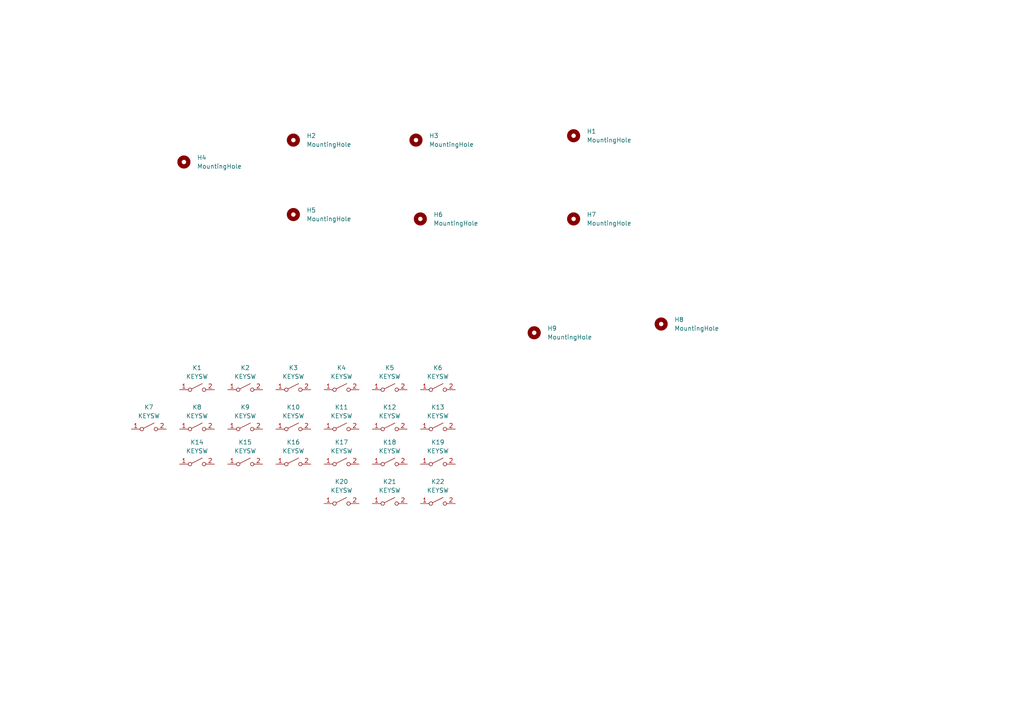
<source format=kicad_sch>
(kicad_sch (version 20201015) (generator eeschema)
  (paper "A4")
  (lib_symbols
    (symbol "Keyboard_Components:KEYSW" (pin_names (offset 0) hide)
      (property "Reference" "K" (at 0 2.54 0))
      (property "Value" "KEYSW" (at 0 -2.54 0))
      (symbol "KEYSW_0_0"
        (circle (center -2.032 0) (radius 0.508))
        (circle (center 2.032 0) (radius 0.508))
        (polyline (pts (xy -1.524 0.254) (xy 1.524 1.778)))
      )
      (symbol "KEYSW_1_1"
        (pin passive line (at -5.08 0 0) (length 2.54) (name "A") (number "1"))
        (pin passive line (at 5.08 0 180) (length 2.54) (name "B") (number "2"))
      )
    )
    (symbol "Mechanical:MountingHole" (pin_names (offset 1.016))
      (property "Reference" "H" (at 0 5.08 0))
      (property "Value" "MountingHole" (at 0 3.175 0))
      (symbol "MountingHole_0_1"
        (circle (center 0 0) (radius 1.27) (stroke (width 1.27)))
      )
    )
  )
  (symbol (lib_id "Mechanical:MountingHole") (at 53.34 46.99 0) (unit 1)
    (property "Reference" "H4" (at 57.15 45.72 0) (effects (justify left)))
    (property "Value" "MountingHole" (at 57.15 48.26 0) (effects (justify left)))
    (property "Footprint" "Keyboard_Components:M2-ClearanceHole" (effects hide))
  )
  (symbol (lib_id "Mechanical:MountingHole") (at 85.09 40.64 0) (unit 1)
    (property "Reference" "H2" (at 88.9 39.37 0) (effects (justify left)))
    (property "Value" "MountingHole" (at 88.9 41.91 0) (effects (justify left)))
    (property "Footprint" "Keyboard_Components:M2-ClearanceHole" (effects hide))
  )
  (symbol (lib_id "Mechanical:MountingHole") (at 85.09 62.23 0) (unit 1)
    (property "Reference" "H5" (at 88.9 60.96 0) (effects (justify left)))
    (property "Value" "MountingHole" (at 88.9 63.5 0) (effects (justify left)))
    (property "Footprint" "Keyboard_Components:M2-ClearanceHole" (effects hide))
  )
  (symbol (lib_id "Mechanical:MountingHole") (at 120.65 40.64 0) (unit 1)
    (property "Reference" "H3" (at 124.46 39.37 0) (effects (justify left)))
    (property "Value" "MountingHole" (at 124.46 41.91 0) (effects (justify left)))
    (property "Footprint" "Keyboard_Components:M2-ClearanceHole" (effects hide))
  )
  (symbol (lib_id "Mechanical:MountingHole") (at 121.92 63.5 0) (unit 1)
    (property "Reference" "H6" (at 125.73 62.23 0) (effects (justify left)))
    (property "Value" "MountingHole" (at 125.73 64.77 0) (effects (justify left)))
    (property "Footprint" "Keyboard_Components:M2-ClearanceHole" (effects hide))
  )
  (symbol (lib_id "Mechanical:MountingHole") (at 154.94 96.52 0) (unit 1)
    (property "Reference" "H9" (at 158.75 95.25 0) (effects (justify left)))
    (property "Value" "MountingHole" (at 158.75 97.79 0) (effects (justify left)))
    (property "Footprint" "Keyboard_Components:M2-ClearanceHole" (effects hide))
  )
  (symbol (lib_id "Mechanical:MountingHole") (at 166.37 39.37 0) (unit 1)
    (property "Reference" "H1" (at 170.18 38.1 0) (effects (justify left)))
    (property "Value" "MountingHole" (at 170.18 40.64 0) (effects (justify left)))
    (property "Footprint" "Keyboard_Components:M2-ClearanceHole" (effects hide))
  )
  (symbol (lib_id "Mechanical:MountingHole") (at 166.37 63.5 0) (unit 1)
    (property "Reference" "H7" (at 170.18 62.23 0) (effects (justify left)))
    (property "Value" "MountingHole" (at 170.18 64.77 0) (effects (justify left)))
    (property "Footprint" "Keyboard_Components:M2-ClearanceHole" (effects hide))
  )
  (symbol (lib_id "Mechanical:MountingHole") (at 191.77 93.98 0) (unit 1)
    (property "Reference" "H8" (at 195.58 92.71 0) (effects (justify left)))
    (property "Value" "MountingHole" (at 195.58 95.25 0) (effects (justify left)))
    (property "Footprint" "Keyboard_Components:M2-ClearanceHole" (effects hide))
  )
  (symbol (lib_id "Keyboard_Components:KEYSW") (at 43.18 124.46 0) (unit 1)
    (property "Reference" "K7" (at 43.18 118.11 0))
    (property "Value" "KEYSW" (at 43.18 120.65 0))
    (property "Footprint" "Keyboard_Components:MX_PLATE_1.00u" (effects hide))
  )
  (symbol (lib_id "Keyboard_Components:KEYSW") (at 57.15 113.03 0) (unit 1)
    (property "Reference" "K1" (at 57.15 106.68 0))
    (property "Value" "KEYSW" (at 57.15 109.22 0))
    (property "Footprint" "Keyboard_Components:MX_PLATE_1.00u" (effects hide))
  )
  (symbol (lib_id "Keyboard_Components:KEYSW") (at 57.15 124.46 0) (unit 1)
    (property "Reference" "K8" (at 57.15 118.11 0))
    (property "Value" "KEYSW" (at 57.15 120.65 0))
    (property "Footprint" "Keyboard_Components:MX_PLATE_1.00u" (effects hide))
  )
  (symbol (lib_id "Keyboard_Components:KEYSW") (at 57.15 134.62 0) (unit 1)
    (property "Reference" "K14" (at 57.15 128.27 0))
    (property "Value" "KEYSW" (at 57.15 130.81 0))
    (property "Footprint" "Keyboard_Components:MX_PLATE_1.00u" (effects hide))
  )
  (symbol (lib_id "Keyboard_Components:KEYSW") (at 71.12 113.03 0) (unit 1)
    (property "Reference" "K2" (at 71.12 106.68 0))
    (property "Value" "KEYSW" (at 71.12 109.22 0))
    (property "Footprint" "Keyboard_Components:MX_PLATE_1.00u" (effects hide))
  )
  (symbol (lib_id "Keyboard_Components:KEYSW") (at 71.12 124.46 0) (unit 1)
    (property "Reference" "K9" (at 71.12 118.11 0))
    (property "Value" "KEYSW" (at 71.12 120.65 0))
    (property "Footprint" "Keyboard_Components:MX_PLATE_1.00u" (effects hide))
  )
  (symbol (lib_id "Keyboard_Components:KEYSW") (at 71.12 134.62 0) (unit 1)
    (property "Reference" "K15" (at 71.12 128.27 0))
    (property "Value" "KEYSW" (at 71.12 130.81 0))
    (property "Footprint" "Keyboard_Components:MX_PLATE_1.00u" (effects hide))
  )
  (symbol (lib_id "Keyboard_Components:KEYSW") (at 85.09 113.03 0) (unit 1)
    (property "Reference" "K3" (at 85.09 106.68 0))
    (property "Value" "KEYSW" (at 85.09 109.22 0))
    (property "Footprint" "Keyboard_Components:MX_PLATE_1.00u" (effects hide))
  )
  (symbol (lib_id "Keyboard_Components:KEYSW") (at 85.09 124.46 0) (unit 1)
    (property "Reference" "K10" (at 85.09 118.11 0))
    (property "Value" "KEYSW" (at 85.09 120.65 0))
    (property "Footprint" "Keyboard_Components:MX_PLATE_1.00u" (effects hide))
  )
  (symbol (lib_id "Keyboard_Components:KEYSW") (at 85.09 134.62 0) (unit 1)
    (property "Reference" "K16" (at 85.09 128.27 0))
    (property "Value" "KEYSW" (at 85.09 130.81 0))
    (property "Footprint" "Keyboard_Components:MX_PLATE_1.00u" (effects hide))
  )
  (symbol (lib_id "Keyboard_Components:KEYSW") (at 99.06 113.03 0) (unit 1)
    (property "Reference" "K4" (at 99.06 106.68 0))
    (property "Value" "KEYSW" (at 99.06 109.22 0))
    (property "Footprint" "Keyboard_Components:MX_PLATE_1.00u" (effects hide))
  )
  (symbol (lib_id "Keyboard_Components:KEYSW") (at 99.06 124.46 0) (unit 1)
    (property "Reference" "K11" (at 99.06 118.11 0))
    (property "Value" "KEYSW" (at 99.06 120.65 0))
    (property "Footprint" "Keyboard_Components:MX_PLATE_1.00u" (effects hide))
  )
  (symbol (lib_id "Keyboard_Components:KEYSW") (at 99.06 134.62 0) (unit 1)
    (property "Reference" "K17" (at 99.06 128.27 0))
    (property "Value" "KEYSW" (at 99.06 130.81 0))
    (property "Footprint" "Keyboard_Components:MX_PLATE_1.00u" (effects hide))
  )
  (symbol (lib_id "Keyboard_Components:KEYSW") (at 99.06 146.05 0) (unit 1)
    (property "Reference" "K20" (at 99.06 139.7 0))
    (property "Value" "KEYSW" (at 99.06 142.24 0))
    (property "Footprint" "Keyboard_Components:MX_PLATE_1.00u" (effects hide))
  )
  (symbol (lib_id "Keyboard_Components:KEYSW") (at 113.03 113.03 0) (unit 1)
    (property "Reference" "K5" (at 113.03 106.68 0))
    (property "Value" "KEYSW" (at 113.03 109.22 0))
    (property "Footprint" "Keyboard_Components:MX_PLATE_1.00u" (effects hide))
  )
  (symbol (lib_id "Keyboard_Components:KEYSW") (at 113.03 124.46 0) (unit 1)
    (property "Reference" "K12" (at 113.03 118.11 0))
    (property "Value" "KEYSW" (at 113.03 120.65 0))
    (property "Footprint" "Keyboard_Components:MX_PLATE_1.00u" (effects hide))
  )
  (symbol (lib_id "Keyboard_Components:KEYSW") (at 113.03 134.62 0) (unit 1)
    (property "Reference" "K18" (at 113.03 128.27 0))
    (property "Value" "KEYSW" (at 113.03 130.81 0))
    (property "Footprint" "Keyboard_Components:MX_PLATE_1.00u" (effects hide))
  )
  (symbol (lib_id "Keyboard_Components:KEYSW") (at 113.03 146.05 0) (unit 1)
    (property "Reference" "K21" (at 113.03 139.7 0))
    (property "Value" "KEYSW" (at 113.03 142.24 0))
    (property "Footprint" "Keyboard_Components:MX_PLATE_1.00u" (effects hide))
  )
  (symbol (lib_id "Keyboard_Components:KEYSW") (at 127 113.03 0) (unit 1)
    (property "Reference" "K6" (at 127 106.68 0))
    (property "Value" "KEYSW" (at 127 109.22 0))
    (property "Footprint" "Keyboard_Components:MX_PLATE_1.00u" (effects hide))
  )
  (symbol (lib_id "Keyboard_Components:KEYSW") (at 127 124.46 0) (unit 1)
    (property "Reference" "K13" (at 127 118.11 0))
    (property "Value" "KEYSW" (at 127 120.65 0))
    (property "Footprint" "Keyboard_Components:MX_PLATE_1.00u" (effects hide))
  )
  (symbol (lib_id "Keyboard_Components:KEYSW") (at 127 134.62 0) (unit 1)
    (property "Reference" "K19" (at 127 128.27 0))
    (property "Value" "KEYSW" (at 127 130.81 0))
    (property "Footprint" "Keyboard_Components:MX_PLATE_1.00u" (effects hide))
  )
  (symbol (lib_id "Keyboard_Components:KEYSW") (at 127 146.05 0) (unit 1)
    (property "Reference" "K22" (at 127 139.7 0))
    (property "Value" "KEYSW" (at 127 142.24 0))
    (property "Footprint" "Keyboard_Components:MX_PLATE_1.50u" (effects hide))
  )
)
</source>
